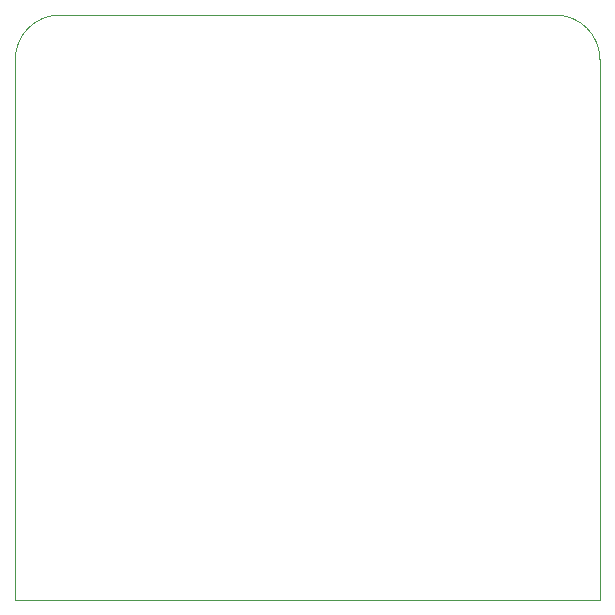
<source format=gbr>
%TF.GenerationSoftware,KiCad,Pcbnew,7.0.6*%
%TF.CreationDate,2023-10-15T13:38:33+02:00*%
%TF.ProjectId,fx3lahw,6678336c-6168-4772-9e6b-696361645f70,rev?*%
%TF.SameCoordinates,Original*%
%TF.FileFunction,Profile,NP*%
%FSLAX46Y46*%
G04 Gerber Fmt 4.6, Leading zero omitted, Abs format (unit mm)*
G04 Created by KiCad (PCBNEW 7.0.6) date 2023-10-15 13:38:33*
%MOMM*%
%LPD*%
G01*
G04 APERTURE LIST*
%TA.AperFunction,Profile*%
%ADD10C,0.100000*%
%TD*%
G04 APERTURE END LIST*
D10*
X57516000Y-197207371D02*
X57516000Y-151457371D01*
X61266000Y-147707371D02*
X103266000Y-147707371D01*
X107016000Y-151457371D02*
X107016000Y-197207371D01*
X61266000Y-147707370D02*
G75*
G03*
X57516000Y-151457371I0J-3750000D01*
G01*
X107016029Y-151457371D02*
G75*
G03*
X103266000Y-147707371I-3750029J-29D01*
G01*
X107016000Y-197207371D02*
X57516000Y-197207371D01*
M02*

</source>
